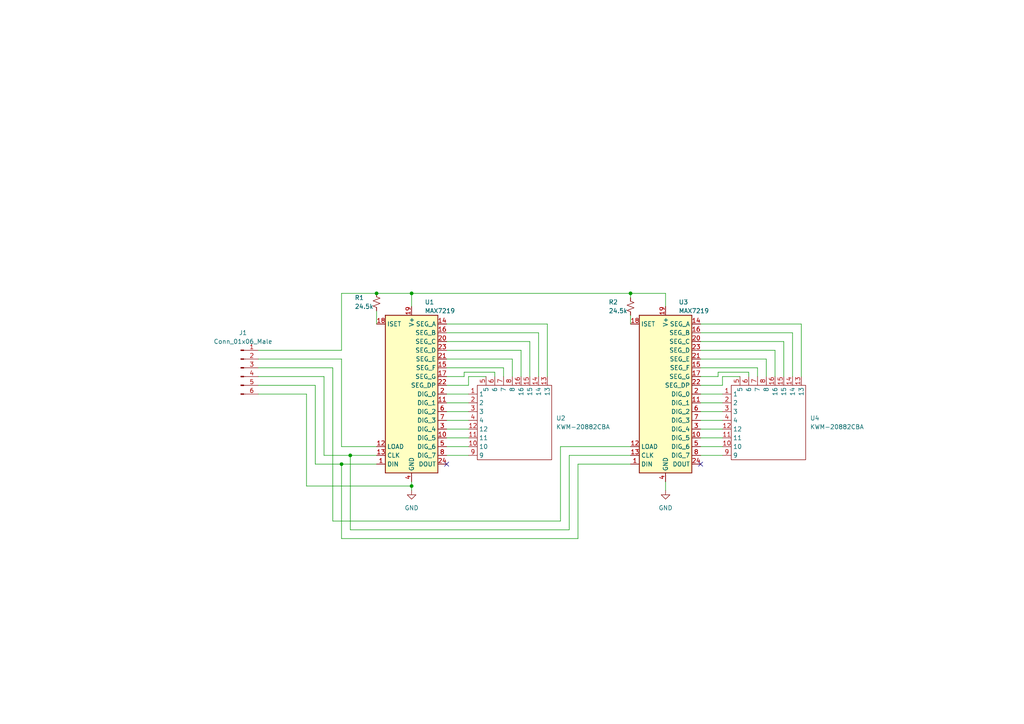
<source format=kicad_sch>
(kicad_sch (version 20211123) (generator eeschema)
  (paper "A4")
  (lib_symbols
    (symbol "Connector:Conn_01x06_Male" (pin_names (offset 1.016) hide)
      (property "Reference" "J" (at 0 7.62 0))
      (property "Value" "Conn_01x06_Male" (at 0 -10.16 0))
      (symbol "Conn_01x06_Male_1_1"
        (polyline (pts (xy 1.27 -7.62) (xy 0.8636 -7.62)) (stroke (width 0.1524)))
        (polyline (pts (xy 1.27 -5.08) (xy 0.8636 -5.08)) (stroke (width 0.1524)))
        (polyline (pts (xy 1.27 -2.54) (xy 0.8636 -2.54)) (stroke (width 0.1524)))
        (polyline (pts (xy 1.27 0) (xy 0.8636 0)) (stroke (width 0.1524)))
        (polyline (pts (xy 1.27 2.54) (xy 0.8636 2.54)) (stroke (width 0.1524)))
        (polyline (pts (xy 1.27 5.08) (xy 0.8636 5.08)) (stroke (width 0.1524)))
        (rectangle (start 0.8636 -7.493) (end 0 -7.747) (stroke (width 0.1524)) (fill (type outline)))
        (rectangle (start 0.8636 -4.953) (end 0 -5.207) (stroke (width 0.1524)) (fill (type outline)))
        (rectangle (start 0.8636 -2.413) (end 0 -2.667) (stroke (width 0.1524)) (fill (type outline)))
        (rectangle (start 0.8636 0.127) (end 0 -0.127) (stroke (width 0.1524)) (fill (type outline)))
        (rectangle (start 0.8636 2.667) (end 0 2.413) (stroke (width 0.1524)) (fill (type outline)))
        (rectangle (start 0.8636 5.207) (end 0 4.953) (stroke (width 0.1524)) (fill (type outline)))
        (pin passive line (at 5.08 5.08 180) (length 3.81) (name "Pin_1") (number "1"))
        (pin passive line (at 5.08 2.54 180) (length 3.81) (name "Pin_2") (number "2"))
        (pin passive line (at 5.08 0 180) (length 3.81) (name "Pin_3") (number "3"))
        (pin passive line (at 5.08 -2.54 180) (length 3.81) (name "Pin_4") (number "4"))
        (pin passive line (at 5.08 -5.08 180) (length 3.81) (name "Pin_5") (number "5"))
        (pin passive line (at 5.08 -7.62 180) (length 3.81) (name "Pin_6") (number "6"))
      )
    )
    (symbol "Device:R_Small_US" (pin_numbers hide) (pin_names (offset 0.254) hide)
      (property "Reference" "R" (at 0.762 0.508 0))
      (property "Value" "R_Small_US" (at 0.762 -1.016 0))
      (symbol "R_Small_US_1_1"
        (polyline (pts (xy 0 0) (xy 1.016 -0.381) (xy 0 -0.762) (xy -1.016 -1.143) (xy 0 -1.524)))
        (polyline (pts (xy 0 1.524) (xy 1.016 1.143) (xy 0 0.762) (xy -1.016 0.381) (xy 0 0)))
        (pin passive line (at 0 2.54 270) (length 1.016) (name "~") (number "1"))
        (pin passive line (at 0 -2.54 90) (length 1.016) (name "~") (number "2"))
      )
    )
    (symbol "Driver_LED:MAX7219"
      (property "Reference" "U" (at -6.35 24.13 0))
      (property "Value" "MAX7219" (at 1.27 25.4 0))
      (symbol "MAX7219_0_1"
        (rectangle (start -7.62 22.86) (end 7.62 -22.86) (stroke (width 0.254)) (fill (type background)))
      )
      (symbol "MAX7219_1_1"
        (pin input line (at -10.16 -20.32 0) (length 2.54) (name "DIN") (number "1"))
        (pin output line (at 10.16 -12.7 180) (length 2.54) (name "DIG_5") (number "10"))
        (pin output line (at 10.16 -2.54 180) (length 2.54) (name "DIG_1") (number "11"))
        (pin input line (at -10.16 -15.24 0) (length 2.54) (name "LOAD") (number "12"))
        (pin input line (at -10.16 -17.78 0) (length 2.54) (name "CLK") (number "13"))
        (pin output line (at 10.16 20.32 180) (length 2.54) (name "SEG_A") (number "14"))
        (pin output line (at 10.16 7.62 180) (length 2.54) (name "SEG_F") (number "15"))
        (pin output line (at 10.16 17.78 180) (length 2.54) (name "SEG_B") (number "16"))
        (pin output line (at 10.16 5.08 180) (length 2.54) (name "SEG_G") (number "17"))
        (pin input line (at -10.16 20.32 0) (length 2.54) (name "ISET") (number "18"))
        (pin power_in line (at 0 25.4 270) (length 2.54) (name "V+") (number "19"))
        (pin output line (at 10.16 0 180) (length 2.54) (name "DIG_0") (number "2"))
        (pin output line (at 10.16 15.24 180) (length 2.54) (name "SEG_C") (number "20"))
        (pin output line (at 10.16 10.16 180) (length 2.54) (name "SEG_E") (number "21"))
        (pin output line (at 10.16 2.54 180) (length 2.54) (name "SEG_DP") (number "22"))
        (pin output line (at 10.16 12.7 180) (length 2.54) (name "SEG_D") (number "23"))
        (pin output line (at 10.16 -20.32 180) (length 2.54) (name "DOUT") (number "24"))
        (pin output line (at 10.16 -10.16 180) (length 2.54) (name "DIG_4") (number "3"))
        (pin power_in line (at 0 -25.4 90) (length 2.54) (name "GND") (number "4"))
        (pin output line (at 10.16 -15.24 180) (length 2.54) (name "DIG_6") (number "5"))
        (pin output line (at 10.16 -5.08 180) (length 2.54) (name "DIG_2") (number "6"))
        (pin output line (at 10.16 -7.62 180) (length 2.54) (name "DIG_3") (number "7"))
        (pin output line (at 10.16 -17.78 180) (length 2.54) (name "DIG_7") (number "8"))
        (pin passive line (at 0 -25.4 90) (length 2.54) hide (name "GND") (number "9"))
      )
    )
    (symbol "KWM-20882CBA:KWM-20882CBA"
      (property "Reference" "U" (at 15.24 -6.35 0))
      (property "Value" "KWM-20882CBA" (at 8.89 -8.89 0))
      (symbol "KWM-20882CBA_0_1"
        (rectangle (start -3.81 11.43) (end 17.78 -10.16))
      )
      (symbol "KWM-20882CBA_1_1"
        (pin bidirectional line (at -6.35 8.89 0) (length 2.54) (name "1") (number "1"))
        (pin bidirectional line (at -6.35 -6.35 0) (length 2.54) (name "10") (number "10"))
        (pin bidirectional line (at -6.35 -3.81 0) (length 2.54) (name "11") (number "11"))
        (pin bidirectional line (at -6.35 -1.27 0) (length 2.54) (name "12") (number "12"))
        (pin bidirectional line (at 16.51 13.97 270) (length 2.54) (name "13") (number "13"))
        (pin bidirectional line (at 13.97 13.97 270) (length 2.54) (name "14") (number "14"))
        (pin bidirectional line (at 11.43 13.97 270) (length 2.54) (name "15") (number "15"))
        (pin bidirectional line (at 8.89 13.97 270) (length 2.54) (name "16") (number "16"))
        (pin bidirectional line (at -6.35 6.35 0) (length 2.54) (name "2") (number "2"))
        (pin bidirectional line (at -6.35 3.81 0) (length 2.54) (name "3") (number "3"))
        (pin bidirectional line (at -6.35 1.27 0) (length 2.54) (name "4") (number "4"))
        (pin bidirectional line (at -1.27 13.97 270) (length 2.54) (name "5") (number "5"))
        (pin bidirectional line (at 1.27 13.97 270) (length 2.54) (name "6") (number "6"))
        (pin bidirectional line (at 3.81 13.97 270) (length 2.54) (name "7") (number "7"))
        (pin bidirectional line (at 6.35 13.97 270) (length 2.54) (name "8") (number "8"))
        (pin bidirectional line (at -6.35 -8.89 0) (length 2.54) (name "9") (number "9"))
      )
    )
    (symbol "power:GND" (power) (pin_names (offset 0))
      (property "Value" "GND" (at 0 -3.81 0))
      (symbol "GND_0_1"
        (polyline (pts (xy 0 0) (xy 0 -1.27) (xy 1.27 -1.27) (xy 0 -2.54) (xy -1.27 -1.27) (xy 0 -1.27)))
      )
      (symbol "GND_1_1"
        (pin power_in line (at 0 0 270) (length 0) hide (name "GND") (number "1"))
      )
    )
  )
  (junction (at 99.06 134.62))
  (junction (at 182.88 85.09))
  (junction (at 119.38 85.09))
  (junction (at 109.22 85.09))
  (junction (at 101.6 132.08))
  (junction (at 119.38 140.97))
  (no_connect (at 203.2 134.62))
  (no_connect (at 129.54 134.62))
  (wire (pts (xy 151.13 101.6) (xy 151.13 109.22)))
  (wire (pts (xy 99.06 85.09) (xy 109.22 85.09)))
  (wire (pts (xy 167.64 156.21) (xy 99.06 156.21)))
  (wire (pts (xy 217.17 107.95) (xy 217.17 109.22)))
  (wire (pts (xy 219.71 106.68) (xy 219.71 109.22)))
  (wire (pts (xy 203.2 104.14) (xy 222.25 104.14)))
  (wire (pts (xy 182.88 85.09) (xy 193.04 85.09)))
  (wire (pts (xy 209.55 109.22) (xy 214.63 109.22)))
  (wire (pts (xy 129.54 114.3) (xy 135.89 114.3)))
  (wire (pts (xy 229.87 96.52) (xy 229.87 109.22)))
  (wire (pts (xy 203.2 116.84) (xy 209.55 116.84)))
  (wire (pts (xy 193.04 139.7) (xy 193.04 142.24)))
  (wire (pts (xy 203.2 119.38) (xy 209.55 119.38)))
  (wire (pts (xy 99.06 129.54) (xy 109.22 129.54)))
  (wire (pts (xy 101.6 153.67) (xy 101.6 132.08)))
  (wire (pts (xy 167.64 134.62) (xy 182.88 134.62)))
  (wire (pts (xy 96.52 151.13) (xy 96.52 106.68)))
  (wire (pts (xy 119.38 139.7) (xy 119.38 140.97)))
  (wire (pts (xy 182.88 91.44) (xy 182.88 93.98)))
  (wire (pts (xy 99.06 134.62) (xy 91.44 134.62)))
  (wire (pts (xy 129.54 101.6) (xy 151.13 101.6)))
  (wire (pts (xy 143.51 107.95) (xy 143.51 109.22)))
  (wire (pts (xy 203.2 124.46) (xy 209.55 124.46)))
  (wire (pts (xy 203.2 109.22) (xy 208.28 109.22)))
  (wire (pts (xy 99.06 129.54) (xy 99.06 104.14)))
  (wire (pts (xy 74.93 114.3) (xy 88.9 114.3)))
  (wire (pts (xy 129.54 116.84) (xy 135.89 116.84)))
  (wire (pts (xy 134.62 109.22) (xy 134.62 107.95)))
  (wire (pts (xy 224.79 101.6) (xy 224.79 109.22)))
  (wire (pts (xy 203.2 121.92) (xy 209.55 121.92)))
  (wire (pts (xy 129.54 127) (xy 135.89 127)))
  (wire (pts (xy 165.1 132.08) (xy 165.1 153.67)))
  (wire (pts (xy 129.54 106.68) (xy 146.05 106.68)))
  (wire (pts (xy 158.75 93.98) (xy 158.75 109.22)))
  (wire (pts (xy 203.2 111.76) (xy 209.55 111.76)))
  (wire (pts (xy 222.25 104.14) (xy 222.25 109.22)))
  (wire (pts (xy 232.41 93.98) (xy 232.41 109.22)))
  (wire (pts (xy 129.54 93.98) (xy 158.75 93.98)))
  (wire (pts (xy 209.55 111.76) (xy 209.55 109.22)))
  (wire (pts (xy 167.64 134.62) (xy 167.64 156.21)))
  (wire (pts (xy 203.2 93.98) (xy 232.41 93.98)))
  (wire (pts (xy 129.54 121.92) (xy 135.89 121.92)))
  (wire (pts (xy 88.9 114.3) (xy 88.9 140.97)))
  (wire (pts (xy 148.59 104.14) (xy 148.59 109.22)))
  (wire (pts (xy 129.54 109.22) (xy 134.62 109.22)))
  (wire (pts (xy 109.22 90.17) (xy 109.22 93.98)))
  (wire (pts (xy 182.88 132.08) (xy 165.1 132.08)))
  (wire (pts (xy 203.2 96.52) (xy 229.87 96.52)))
  (wire (pts (xy 88.9 140.97) (xy 119.38 140.97)))
  (wire (pts (xy 146.05 106.68) (xy 146.05 109.22)))
  (wire (pts (xy 203.2 101.6) (xy 224.79 101.6)))
  (wire (pts (xy 129.54 104.14) (xy 148.59 104.14)))
  (wire (pts (xy 119.38 85.09) (xy 182.88 85.09)))
  (wire (pts (xy 129.54 119.38) (xy 135.89 119.38)))
  (wire (pts (xy 99.06 156.21) (xy 99.06 134.62)))
  (wire (pts (xy 135.89 111.76) (xy 135.89 109.22)))
  (wire (pts (xy 129.54 129.54) (xy 135.89 129.54)))
  (wire (pts (xy 153.67 99.06) (xy 153.67 109.22)))
  (wire (pts (xy 165.1 153.67) (xy 101.6 153.67)))
  (wire (pts (xy 182.88 86.36) (xy 182.88 85.09)))
  (wire (pts (xy 227.33 99.06) (xy 227.33 109.22)))
  (wire (pts (xy 203.2 114.3) (xy 209.55 114.3)))
  (wire (pts (xy 119.38 140.97) (xy 119.38 142.24)))
  (wire (pts (xy 203.2 106.68) (xy 219.71 106.68)))
  (wire (pts (xy 129.54 111.76) (xy 135.89 111.76)))
  (wire (pts (xy 129.54 99.06) (xy 153.67 99.06)))
  (wire (pts (xy 135.89 109.22) (xy 140.97 109.22)))
  (wire (pts (xy 203.2 129.54) (xy 209.55 129.54)))
  (wire (pts (xy 91.44 111.76) (xy 74.93 111.76)))
  (wire (pts (xy 93.98 109.22) (xy 93.98 132.08)))
  (wire (pts (xy 99.06 104.14) (xy 74.93 104.14)))
  (wire (pts (xy 156.21 96.52) (xy 156.21 109.22)))
  (wire (pts (xy 162.56 151.13) (xy 96.52 151.13)))
  (wire (pts (xy 109.22 85.09) (xy 119.38 85.09)))
  (wire (pts (xy 74.93 101.6) (xy 99.06 101.6)))
  (wire (pts (xy 134.62 107.95) (xy 143.51 107.95)))
  (wire (pts (xy 101.6 132.08) (xy 109.22 132.08)))
  (wire (pts (xy 182.88 129.54) (xy 162.56 129.54)))
  (wire (pts (xy 96.52 106.68) (xy 74.93 106.68)))
  (wire (pts (xy 203.2 132.08) (xy 209.55 132.08)))
  (wire (pts (xy 91.44 134.62) (xy 91.44 111.76)))
  (wire (pts (xy 162.56 129.54) (xy 162.56 151.13)))
  (wire (pts (xy 203.2 127) (xy 209.55 127)))
  (wire (pts (xy 74.93 109.22) (xy 93.98 109.22)))
  (wire (pts (xy 99.06 85.09) (xy 99.06 101.6)))
  (wire (pts (xy 129.54 96.52) (xy 156.21 96.52)))
  (wire (pts (xy 193.04 88.9) (xy 193.04 85.09)))
  (wire (pts (xy 208.28 107.95) (xy 217.17 107.95)))
  (wire (pts (xy 208.28 109.22) (xy 208.28 107.95)))
  (wire (pts (xy 129.54 124.46) (xy 135.89 124.46)))
  (wire (pts (xy 129.54 132.08) (xy 135.89 132.08)))
  (wire (pts (xy 119.38 88.9) (xy 119.38 85.09)))
  (wire (pts (xy 203.2 99.06) (xy 227.33 99.06)))
  (wire (pts (xy 99.06 134.62) (xy 109.22 134.62)))
  (wire (pts (xy 101.6 132.08) (xy 93.98 132.08)))
  (symbol (lib_id "Connector:Conn_01x06_Male") (at 69.85 106.68 0) (unit 1)
    (property "Reference" "J1" (at 70.485 96.52 0))
    (property "Value" "Conn_01x06_Male" (at 70.485 99.06 0))
    (property "Footprint" "Connector_PinSocket_2.54mm:PinSocket_1x06_P2.54mm_Vertical" (effects hide))
  )
  (symbol (lib_id "Driver_LED:MAX7219") (at 119.38 114.3 0) (unit 1)
    (property "Reference" "U1" (at 123.19 87.63 0) (effects (justify left)))
    (property "Value" "MAX7219" (at 123.19 90.17 0) (effects (justify left)))
    (property "Footprint" "Package_SO:SOIC-24W_7.5x15.4mm_P1.27mm" (effects hide))
    (property "Datasheet" "https://datasheets.maximintegrated.com/en/ds/MAX7219-MAX7221.pdf" (effects hide))
  )
  (symbol (lib_id "Device:R_Small_US") (at 109.22 87.63 180) (unit 1)
    (property "Reference" "R1" (at 102.87 86.36 0) (effects (justify right)))
    (property "Value" "24.5k" (at 102.87 88.9 0) (effects (justify right)))
    (property "Footprint" "Resistor_SMD:R_0805_2012Metric" (effects hide))
  )
  (symbol (lib_id "power:GND") (at 193.04 142.24 0) (unit 1)
    (property "Reference" "#PWR0101" (effects hide))
    (property "Value" "GND" (at 193.04 147.32 0))
  )
  (symbol (lib_id "KWM-20882CBA:KWM-20882CBA") (at 215.9 123.19 0) (unit 1)
    (property "Reference" "U4" (at 234.95 121.2849 0) (effects (justify left)))
    (property "Value" "KWM-20882CBA" (at 234.95 123.8249 0) (effects (justify left)))
    (property "Footprint" "LIB:KWM-20882CBA" (effects hide))
  )
  (symbol (lib_id "KWM-20882CBA:KWM-20882CBA") (at 142.24 123.19 0) (unit 1)
    (property "Reference" "U2" (at 161.29 121.2849 0) (effects (justify left)))
    (property "Value" "KWM-20882CBA" (at 161.29 123.8249 0) (effects (justify left)))
    (property "Footprint" "LIB:KWM-20882CBA" (effects hide))
  )
  (symbol (lib_id "Device:R_Small_US") (at 182.88 88.9 180) (unit 1)
    (property "Reference" "R2" (at 176.53 87.63 0) (effects (justify right)))
    (property "Value" "24.5k" (at 176.53 90.17 0) (effects (justify right)))
    (property "Footprint" "Resistor_SMD:R_0805_2012Metric" (effects hide))
  )
  (symbol (lib_id "Driver_LED:MAX7219") (at 193.04 114.3 0) (unit 1)
    (property "Reference" "U3" (at 196.85 87.63 0) (effects (justify left)))
    (property "Value" "MAX7219" (at 196.85 90.17 0) (effects (justify left)))
    (property "Footprint" "Package_SO:SOIC-24W_7.5x15.4mm_P1.27mm" (effects hide))
    (property "Datasheet" "https://datasheets.maximintegrated.com/en/ds/MAX7219-MAX7221.pdf" (effects hide))
  )
  (symbol (lib_id "power:GND") (at 119.38 142.24 0) (unit 1)
    (property "Reference" "#PWR0102" (effects hide))
    (property "Value" "GND" (at 119.38 147.32 0))
  )
)
</source>
